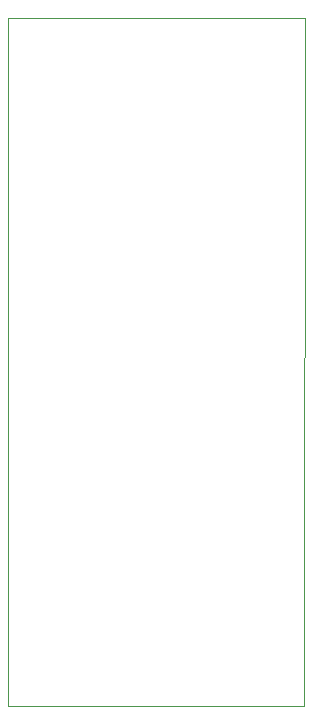
<source format=gbr>
%TF.GenerationSoftware,KiCad,Pcbnew,7.0.11-2.fc39*%
%TF.CreationDate,2024-06-07T09:19:16-04:00*%
%TF.ProjectId,OS-44,4f532d34-342e-46b6-9963-61645f706362,rev?*%
%TF.SameCoordinates,Original*%
%TF.FileFunction,Profile,NP*%
%FSLAX46Y46*%
G04 Gerber Fmt 4.6, Leading zero omitted, Abs format (unit mm)*
G04 Created by KiCad (PCBNEW 7.0.11-2.fc39) date 2024-06-07 09:19:16*
%MOMM*%
%LPD*%
G01*
G04 APERTURE LIST*
%TA.AperFunction,Profile*%
%ADD10C,0.100000*%
%TD*%
G04 APERTURE END LIST*
D10*
X154559000Y-121158000D02*
X154559000Y-120777000D01*
X129540000Y-62865000D02*
X154686000Y-62865000D01*
X129540000Y-121158000D02*
X129540000Y-62865000D01*
X129540000Y-121158000D02*
X154559000Y-121158000D01*
X154686000Y-62865000D02*
X154559000Y-120777000D01*
M02*

</source>
